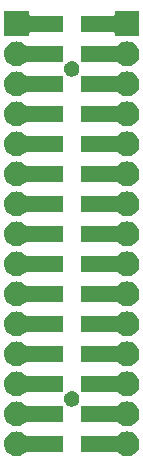
<source format=gbr>
G04 #@! TF.GenerationSoftware,KiCad,Pcbnew,5.0.2-bee76a0~70~ubuntu18.04.1*
G04 #@! TF.CreationDate,2018-12-24T08:32:18+09:00*
G04 #@! TF.ProjectId,spacer_pcb,73706163-6572-45f7-9063-622e6b696361,rev?*
G04 #@! TF.SameCoordinates,Original*
G04 #@! TF.FileFunction,Soldermask,Top*
G04 #@! TF.FilePolarity,Negative*
%FSLAX46Y46*%
G04 Gerber Fmt 4.6, Leading zero omitted, Abs format (unit mm)*
G04 Created by KiCad (PCBNEW 5.0.2-bee76a0~70~ubuntu18.04.1) date 2018年12月24日 08時32分18秒*
%MOMM*%
%LPD*%
G01*
G04 APERTURE LIST*
%ADD10C,0.100000*%
G04 APERTURE END LIST*
D10*
G36*
X140708707Y-98068396D02*
X140785836Y-98075993D01*
X140917787Y-98116020D01*
X140983763Y-98136033D01*
X141166172Y-98233533D01*
X141326054Y-98364746D01*
X141457267Y-98524628D01*
X141554767Y-98707037D01*
X141554767Y-98707038D01*
X141614807Y-98904964D01*
X141635080Y-99110800D01*
X141614807Y-99316636D01*
X141574780Y-99448587D01*
X141554767Y-99514563D01*
X141457267Y-99696972D01*
X141326054Y-99856854D01*
X141166172Y-99988067D01*
X140983763Y-100085567D01*
X140917787Y-100105580D01*
X140785836Y-100145607D01*
X140708707Y-100153203D01*
X140631580Y-100160800D01*
X140528420Y-100160800D01*
X140451293Y-100153203D01*
X140374164Y-100145607D01*
X140242213Y-100105580D01*
X140176237Y-100085567D01*
X139993828Y-99988067D01*
X139833949Y-99856857D01*
X139833948Y-99856855D01*
X139833946Y-99856854D01*
X139833653Y-99856497D01*
X139816330Y-99839174D01*
X139795955Y-99825560D01*
X139773316Y-99816183D01*
X139749283Y-99811402D01*
X139737030Y-99810800D01*
X136650000Y-99810800D01*
X136650000Y-98410800D01*
X139737030Y-98410800D01*
X139761416Y-98408398D01*
X139784865Y-98401285D01*
X139806476Y-98389734D01*
X139825418Y-98374188D01*
X139833650Y-98365107D01*
X139833946Y-98364746D01*
X139833948Y-98364745D01*
X139833949Y-98364743D01*
X139993828Y-98233533D01*
X140176237Y-98136033D01*
X140242213Y-98116020D01*
X140374164Y-98075993D01*
X140451293Y-98068396D01*
X140528420Y-98060800D01*
X140631580Y-98060800D01*
X140708707Y-98068396D01*
X140708707Y-98068396D01*
G37*
G36*
X131348707Y-98068396D02*
X131425836Y-98075993D01*
X131557787Y-98116020D01*
X131623763Y-98136033D01*
X131806172Y-98233533D01*
X131966051Y-98364743D01*
X131966052Y-98364745D01*
X131966054Y-98364746D01*
X131966347Y-98365103D01*
X131983670Y-98382426D01*
X132004045Y-98396040D01*
X132026684Y-98405417D01*
X132050717Y-98410198D01*
X132062970Y-98410800D01*
X135150000Y-98410800D01*
X135150000Y-99810800D01*
X132062970Y-99810800D01*
X132038584Y-99813202D01*
X132015135Y-99820315D01*
X131993524Y-99831866D01*
X131974582Y-99847412D01*
X131966350Y-99856493D01*
X131966054Y-99856854D01*
X131966052Y-99856855D01*
X131966051Y-99856857D01*
X131806172Y-99988067D01*
X131623763Y-100085567D01*
X131557787Y-100105580D01*
X131425836Y-100145607D01*
X131348707Y-100153203D01*
X131271580Y-100160800D01*
X131168420Y-100160800D01*
X131091293Y-100153203D01*
X131014164Y-100145607D01*
X130882213Y-100105580D01*
X130816237Y-100085567D01*
X130633828Y-99988067D01*
X130473946Y-99856854D01*
X130342733Y-99696972D01*
X130245233Y-99514563D01*
X130225220Y-99448587D01*
X130185193Y-99316636D01*
X130164920Y-99110800D01*
X130185193Y-98904964D01*
X130245233Y-98707038D01*
X130245233Y-98707037D01*
X130342733Y-98524628D01*
X130473946Y-98364746D01*
X130633828Y-98233533D01*
X130816237Y-98136033D01*
X130882213Y-98116020D01*
X131014164Y-98075993D01*
X131091293Y-98068396D01*
X131168420Y-98060800D01*
X131271580Y-98060800D01*
X131348707Y-98068396D01*
X131348707Y-98068396D01*
G37*
G36*
X131348707Y-95528397D02*
X131425836Y-95535993D01*
X131557787Y-95576020D01*
X131623763Y-95596033D01*
X131806172Y-95693533D01*
X131966051Y-95824743D01*
X131966052Y-95824745D01*
X131966054Y-95824746D01*
X131966347Y-95825103D01*
X131983670Y-95842426D01*
X132004045Y-95856040D01*
X132026684Y-95865417D01*
X132050717Y-95870198D01*
X132062970Y-95870800D01*
X135150000Y-95870800D01*
X135150000Y-97270800D01*
X132062970Y-97270800D01*
X132038584Y-97273202D01*
X132015135Y-97280315D01*
X131993524Y-97291866D01*
X131974582Y-97307412D01*
X131966350Y-97316493D01*
X131966054Y-97316854D01*
X131966052Y-97316855D01*
X131966051Y-97316857D01*
X131806172Y-97448067D01*
X131623763Y-97545567D01*
X131557787Y-97565580D01*
X131425836Y-97605607D01*
X131348707Y-97613203D01*
X131271580Y-97620800D01*
X131168420Y-97620800D01*
X131091293Y-97613203D01*
X131014164Y-97605607D01*
X130882213Y-97565580D01*
X130816237Y-97545567D01*
X130633828Y-97448067D01*
X130473946Y-97316854D01*
X130342733Y-97156972D01*
X130245233Y-96974563D01*
X130225220Y-96908587D01*
X130185193Y-96776636D01*
X130164920Y-96570800D01*
X130185193Y-96364964D01*
X130245233Y-96167038D01*
X130245233Y-96167037D01*
X130342733Y-95984628D01*
X130473946Y-95824746D01*
X130633828Y-95693533D01*
X130816237Y-95596033D01*
X130882213Y-95576020D01*
X131014164Y-95535993D01*
X131091293Y-95528397D01*
X131168420Y-95520800D01*
X131271580Y-95520800D01*
X131348707Y-95528397D01*
X131348707Y-95528397D01*
G37*
G36*
X140708707Y-95528397D02*
X140785836Y-95535993D01*
X140917787Y-95576020D01*
X140983763Y-95596033D01*
X141166172Y-95693533D01*
X141326054Y-95824746D01*
X141457267Y-95984628D01*
X141554767Y-96167037D01*
X141554767Y-96167038D01*
X141614807Y-96364964D01*
X141635080Y-96570800D01*
X141614807Y-96776636D01*
X141574780Y-96908587D01*
X141554767Y-96974563D01*
X141457267Y-97156972D01*
X141326054Y-97316854D01*
X141166172Y-97448067D01*
X140983763Y-97545567D01*
X140917787Y-97565580D01*
X140785836Y-97605607D01*
X140708707Y-97613203D01*
X140631580Y-97620800D01*
X140528420Y-97620800D01*
X140451293Y-97613203D01*
X140374164Y-97605607D01*
X140242213Y-97565580D01*
X140176237Y-97545567D01*
X139993828Y-97448067D01*
X139833949Y-97316857D01*
X139833948Y-97316855D01*
X139833946Y-97316854D01*
X139833653Y-97316497D01*
X139816330Y-97299174D01*
X139795955Y-97285560D01*
X139773316Y-97276183D01*
X139749283Y-97271402D01*
X139737030Y-97270800D01*
X136650000Y-97270800D01*
X136650000Y-95870800D01*
X139737030Y-95870800D01*
X139761416Y-95868398D01*
X139784865Y-95861285D01*
X139806476Y-95849734D01*
X139825418Y-95834188D01*
X139833650Y-95825107D01*
X139833946Y-95824746D01*
X139833948Y-95824745D01*
X139833949Y-95824743D01*
X139993828Y-95693533D01*
X140176237Y-95596033D01*
X140242213Y-95576020D01*
X140374164Y-95535993D01*
X140451293Y-95528397D01*
X140528420Y-95520800D01*
X140631580Y-95520800D01*
X140708707Y-95528397D01*
X140708707Y-95528397D01*
G37*
G36*
X136047738Y-94667453D02*
X136089598Y-94675779D01*
X136124245Y-94690130D01*
X136207890Y-94724777D01*
X136314354Y-94795914D01*
X136404886Y-94886446D01*
X136421066Y-94910661D01*
X136426656Y-94917473D01*
X136430811Y-94925246D01*
X136476023Y-94992911D01*
X136525021Y-95111203D01*
X136550000Y-95236779D01*
X136550000Y-95364821D01*
X136525021Y-95490397D01*
X136476023Y-95608689D01*
X136430811Y-95676354D01*
X136426656Y-95684128D01*
X136421066Y-95690939D01*
X136404886Y-95715154D01*
X136314354Y-95805686D01*
X136207890Y-95876823D01*
X136124245Y-95911470D01*
X136089598Y-95925821D01*
X136047738Y-95934147D01*
X135964021Y-95950800D01*
X135835979Y-95950800D01*
X135752262Y-95934147D01*
X135710402Y-95925821D01*
X135675755Y-95911470D01*
X135592110Y-95876823D01*
X135485646Y-95805686D01*
X135395114Y-95715154D01*
X135378934Y-95690939D01*
X135373344Y-95684127D01*
X135369189Y-95676354D01*
X135323977Y-95608689D01*
X135274979Y-95490397D01*
X135250000Y-95364821D01*
X135250000Y-95236779D01*
X135274979Y-95111203D01*
X135323977Y-94992911D01*
X135369189Y-94925246D01*
X135373344Y-94917472D01*
X135378934Y-94910661D01*
X135395114Y-94886446D01*
X135485646Y-94795914D01*
X135592110Y-94724777D01*
X135675755Y-94690130D01*
X135710402Y-94675779D01*
X135752262Y-94667453D01*
X135835979Y-94650800D01*
X135964021Y-94650800D01*
X136047738Y-94667453D01*
X136047738Y-94667453D01*
G37*
G36*
X140708707Y-92988396D02*
X140785836Y-92995993D01*
X140917787Y-93036020D01*
X140983763Y-93056033D01*
X141166172Y-93153533D01*
X141326054Y-93284746D01*
X141457267Y-93444628D01*
X141554767Y-93627037D01*
X141554767Y-93627038D01*
X141614807Y-93824964D01*
X141635080Y-94030800D01*
X141614807Y-94236636D01*
X141574780Y-94368587D01*
X141554767Y-94434563D01*
X141457267Y-94616972D01*
X141326054Y-94776854D01*
X141166172Y-94908067D01*
X140983763Y-95005567D01*
X140917787Y-95025580D01*
X140785836Y-95065607D01*
X140708707Y-95073203D01*
X140631580Y-95080800D01*
X140528420Y-95080800D01*
X140451293Y-95073203D01*
X140374164Y-95065607D01*
X140242213Y-95025580D01*
X140176237Y-95005567D01*
X139993828Y-94908067D01*
X139833949Y-94776857D01*
X139833948Y-94776855D01*
X139833946Y-94776854D01*
X139833653Y-94776497D01*
X139816330Y-94759174D01*
X139795955Y-94745560D01*
X139773316Y-94736183D01*
X139749283Y-94731402D01*
X139737030Y-94730800D01*
X136650000Y-94730800D01*
X136650000Y-93330800D01*
X139737030Y-93330800D01*
X139761416Y-93328398D01*
X139784865Y-93321285D01*
X139806476Y-93309734D01*
X139825418Y-93294188D01*
X139833650Y-93285107D01*
X139833946Y-93284746D01*
X139833948Y-93284745D01*
X139833949Y-93284743D01*
X139993828Y-93153533D01*
X140176237Y-93056033D01*
X140242213Y-93036020D01*
X140374164Y-92995993D01*
X140451293Y-92988396D01*
X140528420Y-92980800D01*
X140631580Y-92980800D01*
X140708707Y-92988396D01*
X140708707Y-92988396D01*
G37*
G36*
X131348707Y-92988396D02*
X131425836Y-92995993D01*
X131557787Y-93036020D01*
X131623763Y-93056033D01*
X131806172Y-93153533D01*
X131966051Y-93284743D01*
X131966052Y-93284745D01*
X131966054Y-93284746D01*
X131966347Y-93285103D01*
X131983670Y-93302426D01*
X132004045Y-93316040D01*
X132026684Y-93325417D01*
X132050717Y-93330198D01*
X132062970Y-93330800D01*
X135150000Y-93330800D01*
X135150000Y-94730800D01*
X132062970Y-94730800D01*
X132038584Y-94733202D01*
X132015135Y-94740315D01*
X131993524Y-94751866D01*
X131974582Y-94767412D01*
X131966350Y-94776493D01*
X131966054Y-94776854D01*
X131966052Y-94776855D01*
X131966051Y-94776857D01*
X131806172Y-94908067D01*
X131623763Y-95005567D01*
X131557787Y-95025580D01*
X131425836Y-95065607D01*
X131348707Y-95073203D01*
X131271580Y-95080800D01*
X131168420Y-95080800D01*
X131091293Y-95073203D01*
X131014164Y-95065607D01*
X130882213Y-95025580D01*
X130816237Y-95005567D01*
X130633828Y-94908067D01*
X130473946Y-94776854D01*
X130342733Y-94616972D01*
X130245233Y-94434563D01*
X130225220Y-94368587D01*
X130185193Y-94236636D01*
X130164920Y-94030800D01*
X130185193Y-93824964D01*
X130245233Y-93627038D01*
X130245233Y-93627037D01*
X130342733Y-93444628D01*
X130473946Y-93284746D01*
X130633828Y-93153533D01*
X130816237Y-93056033D01*
X130882213Y-93036020D01*
X131014164Y-92995993D01*
X131091293Y-92988396D01*
X131168420Y-92980800D01*
X131271580Y-92980800D01*
X131348707Y-92988396D01*
X131348707Y-92988396D01*
G37*
G36*
X140708707Y-90448397D02*
X140785836Y-90455993D01*
X140917787Y-90496020D01*
X140983763Y-90516033D01*
X141166172Y-90613533D01*
X141326054Y-90744746D01*
X141457267Y-90904628D01*
X141554767Y-91087037D01*
X141554767Y-91087038D01*
X141614807Y-91284964D01*
X141635080Y-91490800D01*
X141614807Y-91696636D01*
X141574780Y-91828587D01*
X141554767Y-91894563D01*
X141457267Y-92076972D01*
X141326054Y-92236854D01*
X141166172Y-92368067D01*
X140983763Y-92465567D01*
X140917787Y-92485580D01*
X140785836Y-92525607D01*
X140708707Y-92533203D01*
X140631580Y-92540800D01*
X140528420Y-92540800D01*
X140451293Y-92533203D01*
X140374164Y-92525607D01*
X140242213Y-92485580D01*
X140176237Y-92465567D01*
X139993828Y-92368067D01*
X139833949Y-92236857D01*
X139833948Y-92236855D01*
X139833946Y-92236854D01*
X139833653Y-92236497D01*
X139816330Y-92219174D01*
X139795955Y-92205560D01*
X139773316Y-92196183D01*
X139749283Y-92191402D01*
X139737030Y-92190800D01*
X136650000Y-92190800D01*
X136650000Y-90790800D01*
X139737030Y-90790800D01*
X139761416Y-90788398D01*
X139784865Y-90781285D01*
X139806476Y-90769734D01*
X139825418Y-90754188D01*
X139833650Y-90745107D01*
X139833946Y-90744746D01*
X139833948Y-90744745D01*
X139833949Y-90744743D01*
X139993828Y-90613533D01*
X140176237Y-90516033D01*
X140242213Y-90496020D01*
X140374164Y-90455993D01*
X140451293Y-90448397D01*
X140528420Y-90440800D01*
X140631580Y-90440800D01*
X140708707Y-90448397D01*
X140708707Y-90448397D01*
G37*
G36*
X131348707Y-90448397D02*
X131425836Y-90455993D01*
X131557787Y-90496020D01*
X131623763Y-90516033D01*
X131806172Y-90613533D01*
X131966051Y-90744743D01*
X131966052Y-90744745D01*
X131966054Y-90744746D01*
X131966347Y-90745103D01*
X131983670Y-90762426D01*
X132004045Y-90776040D01*
X132026684Y-90785417D01*
X132050717Y-90790198D01*
X132062970Y-90790800D01*
X135150000Y-90790800D01*
X135150000Y-92190800D01*
X132062970Y-92190800D01*
X132038584Y-92193202D01*
X132015135Y-92200315D01*
X131993524Y-92211866D01*
X131974582Y-92227412D01*
X131966350Y-92236493D01*
X131966054Y-92236854D01*
X131966052Y-92236855D01*
X131966051Y-92236857D01*
X131806172Y-92368067D01*
X131623763Y-92465567D01*
X131557787Y-92485580D01*
X131425836Y-92525607D01*
X131348707Y-92533203D01*
X131271580Y-92540800D01*
X131168420Y-92540800D01*
X131091293Y-92533203D01*
X131014164Y-92525607D01*
X130882213Y-92485580D01*
X130816237Y-92465567D01*
X130633828Y-92368067D01*
X130473946Y-92236854D01*
X130342733Y-92076972D01*
X130245233Y-91894563D01*
X130225220Y-91828587D01*
X130185193Y-91696636D01*
X130164920Y-91490800D01*
X130185193Y-91284964D01*
X130245233Y-91087038D01*
X130245233Y-91087037D01*
X130342733Y-90904628D01*
X130473946Y-90744746D01*
X130633828Y-90613533D01*
X130816237Y-90516033D01*
X130882213Y-90496020D01*
X131014164Y-90455993D01*
X131091293Y-90448397D01*
X131168420Y-90440800D01*
X131271580Y-90440800D01*
X131348707Y-90448397D01*
X131348707Y-90448397D01*
G37*
G36*
X140708707Y-87908396D02*
X140785836Y-87915993D01*
X140917787Y-87956020D01*
X140983763Y-87976033D01*
X141166172Y-88073533D01*
X141326054Y-88204746D01*
X141457267Y-88364628D01*
X141554767Y-88547037D01*
X141554767Y-88547038D01*
X141614807Y-88744964D01*
X141635080Y-88950800D01*
X141614807Y-89156636D01*
X141574780Y-89288587D01*
X141554767Y-89354563D01*
X141457267Y-89536972D01*
X141326054Y-89696854D01*
X141166172Y-89828067D01*
X140983763Y-89925567D01*
X140917787Y-89945580D01*
X140785836Y-89985607D01*
X140708707Y-89993203D01*
X140631580Y-90000800D01*
X140528420Y-90000800D01*
X140451293Y-89993203D01*
X140374164Y-89985607D01*
X140242213Y-89945580D01*
X140176237Y-89925567D01*
X139993828Y-89828067D01*
X139833949Y-89696857D01*
X139833948Y-89696855D01*
X139833946Y-89696854D01*
X139833653Y-89696497D01*
X139816330Y-89679174D01*
X139795955Y-89665560D01*
X139773316Y-89656183D01*
X139749283Y-89651402D01*
X139737030Y-89650800D01*
X136650000Y-89650800D01*
X136650000Y-88250800D01*
X139737030Y-88250800D01*
X139761416Y-88248398D01*
X139784865Y-88241285D01*
X139806476Y-88229734D01*
X139825418Y-88214188D01*
X139833650Y-88205107D01*
X139833946Y-88204746D01*
X139833948Y-88204745D01*
X139833949Y-88204743D01*
X139993828Y-88073533D01*
X140176237Y-87976033D01*
X140242213Y-87956020D01*
X140374164Y-87915993D01*
X140451293Y-87908396D01*
X140528420Y-87900800D01*
X140631580Y-87900800D01*
X140708707Y-87908396D01*
X140708707Y-87908396D01*
G37*
G36*
X131348707Y-87908396D02*
X131425836Y-87915993D01*
X131557787Y-87956020D01*
X131623763Y-87976033D01*
X131806172Y-88073533D01*
X131966051Y-88204743D01*
X131966052Y-88204745D01*
X131966054Y-88204746D01*
X131966347Y-88205103D01*
X131983670Y-88222426D01*
X132004045Y-88236040D01*
X132026684Y-88245417D01*
X132050717Y-88250198D01*
X132062970Y-88250800D01*
X135150000Y-88250800D01*
X135150000Y-89650800D01*
X132062970Y-89650800D01*
X132038584Y-89653202D01*
X132015135Y-89660315D01*
X131993524Y-89671866D01*
X131974582Y-89687412D01*
X131966350Y-89696493D01*
X131966054Y-89696854D01*
X131966052Y-89696855D01*
X131966051Y-89696857D01*
X131806172Y-89828067D01*
X131623763Y-89925567D01*
X131557787Y-89945580D01*
X131425836Y-89985607D01*
X131348707Y-89993203D01*
X131271580Y-90000800D01*
X131168420Y-90000800D01*
X131091293Y-89993203D01*
X131014164Y-89985607D01*
X130882213Y-89945580D01*
X130816237Y-89925567D01*
X130633828Y-89828067D01*
X130473946Y-89696854D01*
X130342733Y-89536972D01*
X130245233Y-89354563D01*
X130225220Y-89288587D01*
X130185193Y-89156636D01*
X130164920Y-88950800D01*
X130185193Y-88744964D01*
X130245233Y-88547038D01*
X130245233Y-88547037D01*
X130342733Y-88364628D01*
X130473946Y-88204746D01*
X130633828Y-88073533D01*
X130816237Y-87976033D01*
X130882213Y-87956020D01*
X131014164Y-87915993D01*
X131091293Y-87908396D01*
X131168420Y-87900800D01*
X131271580Y-87900800D01*
X131348707Y-87908396D01*
X131348707Y-87908396D01*
G37*
G36*
X131348707Y-85368397D02*
X131425836Y-85375993D01*
X131557787Y-85416020D01*
X131623763Y-85436033D01*
X131806172Y-85533533D01*
X131966051Y-85664743D01*
X131966052Y-85664745D01*
X131966054Y-85664746D01*
X131966347Y-85665103D01*
X131983670Y-85682426D01*
X132004045Y-85696040D01*
X132026684Y-85705417D01*
X132050717Y-85710198D01*
X132062970Y-85710800D01*
X135150000Y-85710800D01*
X135150000Y-87110800D01*
X132062970Y-87110800D01*
X132038584Y-87113202D01*
X132015135Y-87120315D01*
X131993524Y-87131866D01*
X131974582Y-87147412D01*
X131966350Y-87156493D01*
X131966054Y-87156854D01*
X131966052Y-87156855D01*
X131966051Y-87156857D01*
X131806172Y-87288067D01*
X131623763Y-87385567D01*
X131557787Y-87405580D01*
X131425836Y-87445607D01*
X131348707Y-87453204D01*
X131271580Y-87460800D01*
X131168420Y-87460800D01*
X131091293Y-87453204D01*
X131014164Y-87445607D01*
X130882213Y-87405580D01*
X130816237Y-87385567D01*
X130633828Y-87288067D01*
X130473946Y-87156854D01*
X130342733Y-86996972D01*
X130245233Y-86814563D01*
X130225220Y-86748587D01*
X130185193Y-86616636D01*
X130164920Y-86410800D01*
X130185193Y-86204964D01*
X130245233Y-86007038D01*
X130245233Y-86007037D01*
X130342733Y-85824628D01*
X130473946Y-85664746D01*
X130633828Y-85533533D01*
X130816237Y-85436033D01*
X130882213Y-85416020D01*
X131014164Y-85375993D01*
X131091293Y-85368397D01*
X131168420Y-85360800D01*
X131271580Y-85360800D01*
X131348707Y-85368397D01*
X131348707Y-85368397D01*
G37*
G36*
X140708707Y-85368397D02*
X140785836Y-85375993D01*
X140917787Y-85416020D01*
X140983763Y-85436033D01*
X141166172Y-85533533D01*
X141326054Y-85664746D01*
X141457267Y-85824628D01*
X141554767Y-86007037D01*
X141554767Y-86007038D01*
X141614807Y-86204964D01*
X141635080Y-86410800D01*
X141614807Y-86616636D01*
X141574780Y-86748587D01*
X141554767Y-86814563D01*
X141457267Y-86996972D01*
X141326054Y-87156854D01*
X141166172Y-87288067D01*
X140983763Y-87385567D01*
X140917787Y-87405580D01*
X140785836Y-87445607D01*
X140708707Y-87453204D01*
X140631580Y-87460800D01*
X140528420Y-87460800D01*
X140451293Y-87453204D01*
X140374164Y-87445607D01*
X140242213Y-87405580D01*
X140176237Y-87385567D01*
X139993828Y-87288067D01*
X139833949Y-87156857D01*
X139833948Y-87156855D01*
X139833946Y-87156854D01*
X139833653Y-87156497D01*
X139816330Y-87139174D01*
X139795955Y-87125560D01*
X139773316Y-87116183D01*
X139749283Y-87111402D01*
X139737030Y-87110800D01*
X136650000Y-87110800D01*
X136650000Y-85710800D01*
X139737030Y-85710800D01*
X139761416Y-85708398D01*
X139784865Y-85701285D01*
X139806476Y-85689734D01*
X139825418Y-85674188D01*
X139833650Y-85665107D01*
X139833946Y-85664746D01*
X139833948Y-85664745D01*
X139833949Y-85664743D01*
X139993828Y-85533533D01*
X140176237Y-85436033D01*
X140242213Y-85416020D01*
X140374164Y-85375993D01*
X140451293Y-85368397D01*
X140528420Y-85360800D01*
X140631580Y-85360800D01*
X140708707Y-85368397D01*
X140708707Y-85368397D01*
G37*
G36*
X131348707Y-82828396D02*
X131425836Y-82835993D01*
X131557787Y-82876020D01*
X131623763Y-82896033D01*
X131806172Y-82993533D01*
X131966051Y-83124743D01*
X131966052Y-83124745D01*
X131966054Y-83124746D01*
X131966347Y-83125103D01*
X131983670Y-83142426D01*
X132004045Y-83156040D01*
X132026684Y-83165417D01*
X132050717Y-83170198D01*
X132062970Y-83170800D01*
X135150000Y-83170800D01*
X135150000Y-84570800D01*
X132062970Y-84570800D01*
X132038584Y-84573202D01*
X132015135Y-84580315D01*
X131993524Y-84591866D01*
X131974582Y-84607412D01*
X131966350Y-84616493D01*
X131966054Y-84616854D01*
X131966052Y-84616855D01*
X131966051Y-84616857D01*
X131806172Y-84748067D01*
X131623763Y-84845567D01*
X131557787Y-84865580D01*
X131425836Y-84905607D01*
X131348707Y-84913203D01*
X131271580Y-84920800D01*
X131168420Y-84920800D01*
X131091293Y-84913203D01*
X131014164Y-84905607D01*
X130882213Y-84865580D01*
X130816237Y-84845567D01*
X130633828Y-84748067D01*
X130473946Y-84616854D01*
X130342733Y-84456972D01*
X130245233Y-84274563D01*
X130225220Y-84208587D01*
X130185193Y-84076636D01*
X130164920Y-83870800D01*
X130185193Y-83664964D01*
X130245233Y-83467038D01*
X130245233Y-83467037D01*
X130342733Y-83284628D01*
X130473946Y-83124746D01*
X130633828Y-82993533D01*
X130816237Y-82896033D01*
X130882213Y-82876020D01*
X131014164Y-82835993D01*
X131091293Y-82828396D01*
X131168420Y-82820800D01*
X131271580Y-82820800D01*
X131348707Y-82828396D01*
X131348707Y-82828396D01*
G37*
G36*
X140708707Y-82828396D02*
X140785836Y-82835993D01*
X140917787Y-82876020D01*
X140983763Y-82896033D01*
X141166172Y-82993533D01*
X141326054Y-83124746D01*
X141457267Y-83284628D01*
X141554767Y-83467037D01*
X141554767Y-83467038D01*
X141614807Y-83664964D01*
X141635080Y-83870800D01*
X141614807Y-84076636D01*
X141574780Y-84208587D01*
X141554767Y-84274563D01*
X141457267Y-84456972D01*
X141326054Y-84616854D01*
X141166172Y-84748067D01*
X140983763Y-84845567D01*
X140917787Y-84865580D01*
X140785836Y-84905607D01*
X140708707Y-84913203D01*
X140631580Y-84920800D01*
X140528420Y-84920800D01*
X140451293Y-84913203D01*
X140374164Y-84905607D01*
X140242213Y-84865580D01*
X140176237Y-84845567D01*
X139993828Y-84748067D01*
X139833949Y-84616857D01*
X139833948Y-84616855D01*
X139833946Y-84616854D01*
X139833653Y-84616497D01*
X139816330Y-84599174D01*
X139795955Y-84585560D01*
X139773316Y-84576183D01*
X139749283Y-84571402D01*
X139737030Y-84570800D01*
X136650000Y-84570800D01*
X136650000Y-83170800D01*
X139737030Y-83170800D01*
X139761416Y-83168398D01*
X139784865Y-83161285D01*
X139806476Y-83149734D01*
X139825418Y-83134188D01*
X139833650Y-83125107D01*
X139833946Y-83124746D01*
X139833948Y-83124745D01*
X139833949Y-83124743D01*
X139993828Y-82993533D01*
X140176237Y-82896033D01*
X140242213Y-82876020D01*
X140374164Y-82835993D01*
X140451293Y-82828396D01*
X140528420Y-82820800D01*
X140631580Y-82820800D01*
X140708707Y-82828396D01*
X140708707Y-82828396D01*
G37*
G36*
X140708707Y-80288397D02*
X140785836Y-80295993D01*
X140917787Y-80336020D01*
X140983763Y-80356033D01*
X141166172Y-80453533D01*
X141326054Y-80584746D01*
X141457267Y-80744628D01*
X141554767Y-80927037D01*
X141554767Y-80927038D01*
X141614807Y-81124964D01*
X141635080Y-81330800D01*
X141614807Y-81536636D01*
X141574780Y-81668587D01*
X141554767Y-81734563D01*
X141457267Y-81916972D01*
X141326054Y-82076854D01*
X141166172Y-82208067D01*
X140983763Y-82305567D01*
X140917787Y-82325580D01*
X140785836Y-82365607D01*
X140708707Y-82373204D01*
X140631580Y-82380800D01*
X140528420Y-82380800D01*
X140451293Y-82373204D01*
X140374164Y-82365607D01*
X140242213Y-82325580D01*
X140176237Y-82305567D01*
X139993828Y-82208067D01*
X139833949Y-82076857D01*
X139833948Y-82076855D01*
X139833946Y-82076854D01*
X139833653Y-82076497D01*
X139816330Y-82059174D01*
X139795955Y-82045560D01*
X139773316Y-82036183D01*
X139749283Y-82031402D01*
X139737030Y-82030800D01*
X136650000Y-82030800D01*
X136650000Y-80630800D01*
X139737030Y-80630800D01*
X139761416Y-80628398D01*
X139784865Y-80621285D01*
X139806476Y-80609734D01*
X139825418Y-80594188D01*
X139833650Y-80585107D01*
X139833946Y-80584746D01*
X139833948Y-80584745D01*
X139833949Y-80584743D01*
X139993828Y-80453533D01*
X140176237Y-80356033D01*
X140242213Y-80336020D01*
X140374164Y-80295993D01*
X140451293Y-80288397D01*
X140528420Y-80280800D01*
X140631580Y-80280800D01*
X140708707Y-80288397D01*
X140708707Y-80288397D01*
G37*
G36*
X131348707Y-80288397D02*
X131425836Y-80295993D01*
X131557787Y-80336020D01*
X131623763Y-80356033D01*
X131806172Y-80453533D01*
X131966051Y-80584743D01*
X131966052Y-80584745D01*
X131966054Y-80584746D01*
X131966347Y-80585103D01*
X131983670Y-80602426D01*
X132004045Y-80616040D01*
X132026684Y-80625417D01*
X132050717Y-80630198D01*
X132062970Y-80630800D01*
X135150000Y-80630800D01*
X135150000Y-82030800D01*
X132062970Y-82030800D01*
X132038584Y-82033202D01*
X132015135Y-82040315D01*
X131993524Y-82051866D01*
X131974582Y-82067412D01*
X131966350Y-82076493D01*
X131966054Y-82076854D01*
X131966052Y-82076855D01*
X131966051Y-82076857D01*
X131806172Y-82208067D01*
X131623763Y-82305567D01*
X131557787Y-82325580D01*
X131425836Y-82365607D01*
X131348707Y-82373204D01*
X131271580Y-82380800D01*
X131168420Y-82380800D01*
X131091293Y-82373204D01*
X131014164Y-82365607D01*
X130882213Y-82325580D01*
X130816237Y-82305567D01*
X130633828Y-82208067D01*
X130473946Y-82076854D01*
X130342733Y-81916972D01*
X130245233Y-81734563D01*
X130225220Y-81668587D01*
X130185193Y-81536636D01*
X130164920Y-81330800D01*
X130185193Y-81124964D01*
X130245233Y-80927038D01*
X130245233Y-80927037D01*
X130342733Y-80744628D01*
X130473946Y-80584746D01*
X130633828Y-80453533D01*
X130816237Y-80356033D01*
X130882213Y-80336020D01*
X131014164Y-80295993D01*
X131091293Y-80288397D01*
X131168420Y-80280800D01*
X131271580Y-80280800D01*
X131348707Y-80288397D01*
X131348707Y-80288397D01*
G37*
G36*
X131348707Y-77748396D02*
X131425836Y-77755993D01*
X131557787Y-77796020D01*
X131623763Y-77816033D01*
X131806172Y-77913533D01*
X131966051Y-78044743D01*
X131966052Y-78044745D01*
X131966054Y-78044746D01*
X131966347Y-78045103D01*
X131983670Y-78062426D01*
X132004045Y-78076040D01*
X132026684Y-78085417D01*
X132050717Y-78090198D01*
X132062970Y-78090800D01*
X135150000Y-78090800D01*
X135150000Y-79490800D01*
X132062970Y-79490800D01*
X132038584Y-79493202D01*
X132015135Y-79500315D01*
X131993524Y-79511866D01*
X131974582Y-79527412D01*
X131966350Y-79536493D01*
X131966054Y-79536854D01*
X131966052Y-79536855D01*
X131966051Y-79536857D01*
X131806172Y-79668067D01*
X131623763Y-79765567D01*
X131557787Y-79785580D01*
X131425836Y-79825607D01*
X131348707Y-79833203D01*
X131271580Y-79840800D01*
X131168420Y-79840800D01*
X131091293Y-79833203D01*
X131014164Y-79825607D01*
X130882213Y-79785580D01*
X130816237Y-79765567D01*
X130633828Y-79668067D01*
X130473946Y-79536854D01*
X130342733Y-79376972D01*
X130245233Y-79194563D01*
X130225220Y-79128587D01*
X130185193Y-78996636D01*
X130164920Y-78790800D01*
X130185193Y-78584964D01*
X130245233Y-78387038D01*
X130245233Y-78387037D01*
X130342733Y-78204628D01*
X130473946Y-78044746D01*
X130633828Y-77913533D01*
X130816237Y-77816033D01*
X130882213Y-77796020D01*
X131014164Y-77755993D01*
X131091293Y-77748396D01*
X131168420Y-77740800D01*
X131271580Y-77740800D01*
X131348707Y-77748396D01*
X131348707Y-77748396D01*
G37*
G36*
X140708707Y-77748396D02*
X140785836Y-77755993D01*
X140917787Y-77796020D01*
X140983763Y-77816033D01*
X141166172Y-77913533D01*
X141326054Y-78044746D01*
X141457267Y-78204628D01*
X141554767Y-78387037D01*
X141554767Y-78387038D01*
X141614807Y-78584964D01*
X141635080Y-78790800D01*
X141614807Y-78996636D01*
X141574780Y-79128587D01*
X141554767Y-79194563D01*
X141457267Y-79376972D01*
X141326054Y-79536854D01*
X141166172Y-79668067D01*
X140983763Y-79765567D01*
X140917787Y-79785580D01*
X140785836Y-79825607D01*
X140708707Y-79833203D01*
X140631580Y-79840800D01*
X140528420Y-79840800D01*
X140451293Y-79833203D01*
X140374164Y-79825607D01*
X140242213Y-79785580D01*
X140176237Y-79765567D01*
X139993828Y-79668067D01*
X139833949Y-79536857D01*
X139833948Y-79536855D01*
X139833946Y-79536854D01*
X139833653Y-79536497D01*
X139816330Y-79519174D01*
X139795955Y-79505560D01*
X139773316Y-79496183D01*
X139749283Y-79491402D01*
X139737030Y-79490800D01*
X136650000Y-79490800D01*
X136650000Y-78090800D01*
X139737030Y-78090800D01*
X139761416Y-78088398D01*
X139784865Y-78081285D01*
X139806476Y-78069734D01*
X139825418Y-78054188D01*
X139833650Y-78045107D01*
X139833946Y-78044746D01*
X139833948Y-78044745D01*
X139833949Y-78044743D01*
X139993828Y-77913533D01*
X140176237Y-77816033D01*
X140242213Y-77796020D01*
X140374164Y-77755993D01*
X140451293Y-77748396D01*
X140528420Y-77740800D01*
X140631580Y-77740800D01*
X140708707Y-77748396D01*
X140708707Y-77748396D01*
G37*
G36*
X131348707Y-75208397D02*
X131425836Y-75215993D01*
X131557787Y-75256020D01*
X131623763Y-75276033D01*
X131806172Y-75373533D01*
X131966051Y-75504743D01*
X131966052Y-75504745D01*
X131966054Y-75504746D01*
X131966347Y-75505103D01*
X131983670Y-75522426D01*
X132004045Y-75536040D01*
X132026684Y-75545417D01*
X132050717Y-75550198D01*
X132062970Y-75550800D01*
X135150000Y-75550800D01*
X135150000Y-76950800D01*
X132062970Y-76950800D01*
X132038584Y-76953202D01*
X132015135Y-76960315D01*
X131993524Y-76971866D01*
X131974582Y-76987412D01*
X131966350Y-76996493D01*
X131966054Y-76996854D01*
X131966052Y-76996855D01*
X131966051Y-76996857D01*
X131806172Y-77128067D01*
X131623763Y-77225567D01*
X131557787Y-77245580D01*
X131425836Y-77285607D01*
X131348707Y-77293204D01*
X131271580Y-77300800D01*
X131168420Y-77300800D01*
X131091293Y-77293204D01*
X131014164Y-77285607D01*
X130882213Y-77245580D01*
X130816237Y-77225567D01*
X130633828Y-77128067D01*
X130473946Y-76996854D01*
X130342733Y-76836972D01*
X130245233Y-76654563D01*
X130225220Y-76588587D01*
X130185193Y-76456636D01*
X130164920Y-76250800D01*
X130185193Y-76044964D01*
X130245233Y-75847038D01*
X130245233Y-75847037D01*
X130342733Y-75664628D01*
X130473946Y-75504746D01*
X130633828Y-75373533D01*
X130816237Y-75276033D01*
X130882213Y-75256020D01*
X131014164Y-75215993D01*
X131091293Y-75208397D01*
X131168420Y-75200800D01*
X131271580Y-75200800D01*
X131348707Y-75208397D01*
X131348707Y-75208397D01*
G37*
G36*
X140708707Y-75208397D02*
X140785836Y-75215993D01*
X140917787Y-75256020D01*
X140983763Y-75276033D01*
X141166172Y-75373533D01*
X141326054Y-75504746D01*
X141457267Y-75664628D01*
X141554767Y-75847037D01*
X141554767Y-75847038D01*
X141614807Y-76044964D01*
X141635080Y-76250800D01*
X141614807Y-76456636D01*
X141574780Y-76588587D01*
X141554767Y-76654563D01*
X141457267Y-76836972D01*
X141326054Y-76996854D01*
X141166172Y-77128067D01*
X140983763Y-77225567D01*
X140917787Y-77245580D01*
X140785836Y-77285607D01*
X140708707Y-77293204D01*
X140631580Y-77300800D01*
X140528420Y-77300800D01*
X140451293Y-77293204D01*
X140374164Y-77285607D01*
X140242213Y-77245580D01*
X140176237Y-77225567D01*
X139993828Y-77128067D01*
X139833949Y-76996857D01*
X139833948Y-76996855D01*
X139833946Y-76996854D01*
X139833653Y-76996497D01*
X139816330Y-76979174D01*
X139795955Y-76965560D01*
X139773316Y-76956183D01*
X139749283Y-76951402D01*
X139737030Y-76950800D01*
X136650000Y-76950800D01*
X136650000Y-75550800D01*
X139737030Y-75550800D01*
X139761416Y-75548398D01*
X139784865Y-75541285D01*
X139806476Y-75529734D01*
X139825418Y-75514188D01*
X139833650Y-75505107D01*
X139833946Y-75504746D01*
X139833948Y-75504745D01*
X139833949Y-75504743D01*
X139993828Y-75373533D01*
X140176237Y-75276033D01*
X140242213Y-75256020D01*
X140374164Y-75215993D01*
X140451293Y-75208397D01*
X140528420Y-75200800D01*
X140631580Y-75200800D01*
X140708707Y-75208397D01*
X140708707Y-75208397D01*
G37*
G36*
X140708707Y-72668397D02*
X140785836Y-72675993D01*
X140917787Y-72716020D01*
X140983763Y-72736033D01*
X141166172Y-72833533D01*
X141326054Y-72964746D01*
X141457267Y-73124628D01*
X141554767Y-73307037D01*
X141554767Y-73307038D01*
X141614807Y-73504964D01*
X141635080Y-73710800D01*
X141614807Y-73916636D01*
X141574780Y-74048587D01*
X141554767Y-74114563D01*
X141457267Y-74296972D01*
X141326054Y-74456854D01*
X141166172Y-74588067D01*
X140983763Y-74685567D01*
X140917787Y-74705580D01*
X140785836Y-74745607D01*
X140708707Y-74753203D01*
X140631580Y-74760800D01*
X140528420Y-74760800D01*
X140451293Y-74753203D01*
X140374164Y-74745607D01*
X140242213Y-74705580D01*
X140176237Y-74685567D01*
X139993828Y-74588067D01*
X139833949Y-74456857D01*
X139833948Y-74456855D01*
X139833946Y-74456854D01*
X139833653Y-74456497D01*
X139816330Y-74439174D01*
X139795955Y-74425560D01*
X139773316Y-74416183D01*
X139749283Y-74411402D01*
X139737030Y-74410800D01*
X136650000Y-74410800D01*
X136650000Y-73010800D01*
X139737030Y-73010800D01*
X139761416Y-73008398D01*
X139784865Y-73001285D01*
X139806476Y-72989734D01*
X139825418Y-72974188D01*
X139833650Y-72965107D01*
X139833946Y-72964746D01*
X139833948Y-72964745D01*
X139833949Y-72964743D01*
X139993828Y-72833533D01*
X140176237Y-72736033D01*
X140242213Y-72716020D01*
X140374164Y-72675993D01*
X140451293Y-72668397D01*
X140528420Y-72660800D01*
X140631580Y-72660800D01*
X140708707Y-72668397D01*
X140708707Y-72668397D01*
G37*
G36*
X131348707Y-72668397D02*
X131425836Y-72675993D01*
X131557787Y-72716020D01*
X131623763Y-72736033D01*
X131806172Y-72833533D01*
X131966051Y-72964743D01*
X131966052Y-72964745D01*
X131966054Y-72964746D01*
X131966347Y-72965103D01*
X131983670Y-72982426D01*
X132004045Y-72996040D01*
X132026684Y-73005417D01*
X132050717Y-73010198D01*
X132062970Y-73010800D01*
X135150000Y-73010800D01*
X135150000Y-74410800D01*
X132062970Y-74410800D01*
X132038584Y-74413202D01*
X132015135Y-74420315D01*
X131993524Y-74431866D01*
X131974582Y-74447412D01*
X131966350Y-74456493D01*
X131966054Y-74456854D01*
X131966052Y-74456855D01*
X131966051Y-74456857D01*
X131806172Y-74588067D01*
X131623763Y-74685567D01*
X131557787Y-74705580D01*
X131425836Y-74745607D01*
X131348707Y-74753203D01*
X131271580Y-74760800D01*
X131168420Y-74760800D01*
X131091293Y-74753203D01*
X131014164Y-74745607D01*
X130882213Y-74705580D01*
X130816237Y-74685567D01*
X130633828Y-74588067D01*
X130473946Y-74456854D01*
X130342733Y-74296972D01*
X130245233Y-74114563D01*
X130225220Y-74048587D01*
X130185193Y-73916636D01*
X130164920Y-73710800D01*
X130185193Y-73504964D01*
X130245233Y-73307038D01*
X130245233Y-73307037D01*
X130342733Y-73124628D01*
X130473946Y-72964746D01*
X130633828Y-72833533D01*
X130816237Y-72736033D01*
X130882213Y-72716020D01*
X131014164Y-72675993D01*
X131091293Y-72668397D01*
X131168420Y-72660800D01*
X131271580Y-72660800D01*
X131348707Y-72668397D01*
X131348707Y-72668397D01*
G37*
G36*
X140708707Y-70128396D02*
X140785836Y-70135993D01*
X140917787Y-70176020D01*
X140983763Y-70196033D01*
X141166172Y-70293533D01*
X141326054Y-70424746D01*
X141457267Y-70584628D01*
X141554767Y-70767037D01*
X141554767Y-70767038D01*
X141614807Y-70964964D01*
X141635080Y-71170800D01*
X141614807Y-71376636D01*
X141574780Y-71508587D01*
X141554767Y-71574563D01*
X141457267Y-71756972D01*
X141326054Y-71916854D01*
X141166172Y-72048067D01*
X140983763Y-72145567D01*
X140917787Y-72165580D01*
X140785836Y-72205607D01*
X140708707Y-72213204D01*
X140631580Y-72220800D01*
X140528420Y-72220800D01*
X140451293Y-72213204D01*
X140374164Y-72205607D01*
X140242213Y-72165580D01*
X140176237Y-72145567D01*
X139993828Y-72048067D01*
X139833949Y-71916857D01*
X139833948Y-71916855D01*
X139833946Y-71916854D01*
X139833653Y-71916497D01*
X139816330Y-71899174D01*
X139795955Y-71885560D01*
X139773316Y-71876183D01*
X139749283Y-71871402D01*
X139737030Y-71870800D01*
X136650000Y-71870800D01*
X136650000Y-70470800D01*
X139737030Y-70470800D01*
X139761416Y-70468398D01*
X139784865Y-70461285D01*
X139806476Y-70449734D01*
X139825418Y-70434188D01*
X139833650Y-70425107D01*
X139833946Y-70424746D01*
X139833948Y-70424745D01*
X139833949Y-70424743D01*
X139993828Y-70293533D01*
X140176237Y-70196033D01*
X140242213Y-70176020D01*
X140374164Y-70135993D01*
X140451293Y-70128396D01*
X140528420Y-70120800D01*
X140631580Y-70120800D01*
X140708707Y-70128396D01*
X140708707Y-70128396D01*
G37*
G36*
X131348707Y-70128396D02*
X131425836Y-70135993D01*
X131557787Y-70176020D01*
X131623763Y-70196033D01*
X131806172Y-70293533D01*
X131966051Y-70424743D01*
X131966052Y-70424745D01*
X131966054Y-70424746D01*
X131966347Y-70425103D01*
X131983670Y-70442426D01*
X132004045Y-70456040D01*
X132026684Y-70465417D01*
X132050717Y-70470198D01*
X132062970Y-70470800D01*
X135150000Y-70470800D01*
X135150000Y-71870800D01*
X132062970Y-71870800D01*
X132038584Y-71873202D01*
X132015135Y-71880315D01*
X131993524Y-71891866D01*
X131974582Y-71907412D01*
X131966350Y-71916493D01*
X131966054Y-71916854D01*
X131966052Y-71916855D01*
X131966051Y-71916857D01*
X131806172Y-72048067D01*
X131623763Y-72145567D01*
X131557787Y-72165580D01*
X131425836Y-72205607D01*
X131348707Y-72213204D01*
X131271580Y-72220800D01*
X131168420Y-72220800D01*
X131091293Y-72213204D01*
X131014164Y-72205607D01*
X130882213Y-72165580D01*
X130816237Y-72145567D01*
X130633828Y-72048067D01*
X130473946Y-71916854D01*
X130342733Y-71756972D01*
X130245233Y-71574563D01*
X130225220Y-71508587D01*
X130185193Y-71376636D01*
X130164920Y-71170800D01*
X130185193Y-70964964D01*
X130245233Y-70767038D01*
X130245233Y-70767037D01*
X130342733Y-70584628D01*
X130473946Y-70424746D01*
X130633828Y-70293533D01*
X130816237Y-70196033D01*
X130882213Y-70176020D01*
X131014164Y-70135993D01*
X131091293Y-70128396D01*
X131168420Y-70120800D01*
X131271580Y-70120800D01*
X131348707Y-70128396D01*
X131348707Y-70128396D01*
G37*
G36*
X131348707Y-67588397D02*
X131425836Y-67595993D01*
X131557787Y-67636020D01*
X131623763Y-67656033D01*
X131806172Y-67753533D01*
X131966051Y-67884743D01*
X131966052Y-67884745D01*
X131966054Y-67884746D01*
X131966347Y-67885103D01*
X131983670Y-67902426D01*
X132004045Y-67916040D01*
X132026684Y-67925417D01*
X132050717Y-67930198D01*
X132062970Y-67930800D01*
X135150000Y-67930800D01*
X135150000Y-69330800D01*
X132062970Y-69330800D01*
X132038584Y-69333202D01*
X132015135Y-69340315D01*
X131993524Y-69351866D01*
X131974582Y-69367412D01*
X131966350Y-69376493D01*
X131966054Y-69376854D01*
X131966052Y-69376855D01*
X131966051Y-69376857D01*
X131806172Y-69508067D01*
X131623763Y-69605567D01*
X131557787Y-69625580D01*
X131425836Y-69665607D01*
X131348707Y-69673204D01*
X131271580Y-69680800D01*
X131168420Y-69680800D01*
X131091293Y-69673204D01*
X131014164Y-69665607D01*
X130882213Y-69625580D01*
X130816237Y-69605567D01*
X130633828Y-69508067D01*
X130473946Y-69376854D01*
X130342733Y-69216972D01*
X130245233Y-69034563D01*
X130225220Y-68968587D01*
X130185193Y-68836636D01*
X130164920Y-68630800D01*
X130185193Y-68424964D01*
X130245233Y-68227038D01*
X130245233Y-68227037D01*
X130342733Y-68044628D01*
X130473946Y-67884746D01*
X130633828Y-67753533D01*
X130816237Y-67656033D01*
X130882213Y-67636020D01*
X131014164Y-67595993D01*
X131091293Y-67588397D01*
X131168420Y-67580800D01*
X131271580Y-67580800D01*
X131348707Y-67588397D01*
X131348707Y-67588397D01*
G37*
G36*
X140708707Y-67588397D02*
X140785836Y-67595993D01*
X140917787Y-67636020D01*
X140983763Y-67656033D01*
X141166172Y-67753533D01*
X141326054Y-67884746D01*
X141457267Y-68044628D01*
X141554767Y-68227037D01*
X141554767Y-68227038D01*
X141614807Y-68424964D01*
X141635080Y-68630800D01*
X141614807Y-68836636D01*
X141574780Y-68968587D01*
X141554767Y-69034563D01*
X141457267Y-69216972D01*
X141326054Y-69376854D01*
X141166172Y-69508067D01*
X140983763Y-69605567D01*
X140917787Y-69625580D01*
X140785836Y-69665607D01*
X140708707Y-69673204D01*
X140631580Y-69680800D01*
X140528420Y-69680800D01*
X140451293Y-69673204D01*
X140374164Y-69665607D01*
X140242213Y-69625580D01*
X140176237Y-69605567D01*
X139993828Y-69508067D01*
X139833949Y-69376857D01*
X139833948Y-69376855D01*
X139833946Y-69376854D01*
X139833653Y-69376497D01*
X139816330Y-69359174D01*
X139795955Y-69345560D01*
X139773316Y-69336183D01*
X139749283Y-69331402D01*
X139737030Y-69330800D01*
X136650000Y-69330800D01*
X136650000Y-67930800D01*
X139737030Y-67930800D01*
X139761416Y-67928398D01*
X139784865Y-67921285D01*
X139806476Y-67909734D01*
X139825418Y-67894188D01*
X139833650Y-67885107D01*
X139833946Y-67884746D01*
X139833948Y-67884745D01*
X139833949Y-67884743D01*
X139993828Y-67753533D01*
X140176237Y-67656033D01*
X140242213Y-67636020D01*
X140374164Y-67595993D01*
X140451293Y-67588397D01*
X140528420Y-67580800D01*
X140631580Y-67580800D01*
X140708707Y-67588397D01*
X140708707Y-67588397D01*
G37*
G36*
X136047738Y-66727453D02*
X136089598Y-66735779D01*
X136124245Y-66750130D01*
X136207890Y-66784777D01*
X136314354Y-66855914D01*
X136404886Y-66946446D01*
X136421066Y-66970661D01*
X136426656Y-66977473D01*
X136430811Y-66985246D01*
X136476023Y-67052911D01*
X136525021Y-67171203D01*
X136550000Y-67296779D01*
X136550000Y-67424821D01*
X136525021Y-67550397D01*
X136476023Y-67668689D01*
X136430811Y-67736354D01*
X136426656Y-67744128D01*
X136421066Y-67750939D01*
X136404886Y-67775154D01*
X136314354Y-67865686D01*
X136207890Y-67936823D01*
X136124245Y-67971470D01*
X136089598Y-67985821D01*
X136047738Y-67994147D01*
X135964021Y-68010800D01*
X135835979Y-68010800D01*
X135752262Y-67994147D01*
X135710402Y-67985821D01*
X135675755Y-67971470D01*
X135592110Y-67936823D01*
X135485646Y-67865686D01*
X135395114Y-67775154D01*
X135378934Y-67750939D01*
X135373344Y-67744127D01*
X135369189Y-67736354D01*
X135323977Y-67668689D01*
X135274979Y-67550397D01*
X135250000Y-67424821D01*
X135250000Y-67296779D01*
X135274979Y-67171203D01*
X135323977Y-67052911D01*
X135369189Y-66985246D01*
X135373344Y-66977472D01*
X135378934Y-66970661D01*
X135395114Y-66946446D01*
X135485646Y-66855914D01*
X135592110Y-66784777D01*
X135675755Y-66750130D01*
X135710402Y-66735779D01*
X135752262Y-66727453D01*
X135835979Y-66710800D01*
X135964021Y-66710800D01*
X136047738Y-66727453D01*
X136047738Y-66727453D01*
G37*
G36*
X140708707Y-65048396D02*
X140785836Y-65055993D01*
X140917787Y-65096020D01*
X140983763Y-65116033D01*
X141166172Y-65213533D01*
X141326054Y-65344746D01*
X141457267Y-65504628D01*
X141554767Y-65687037D01*
X141554767Y-65687038D01*
X141614807Y-65884964D01*
X141635080Y-66090800D01*
X141614807Y-66296636D01*
X141574780Y-66428587D01*
X141554767Y-66494563D01*
X141457267Y-66676972D01*
X141326054Y-66836854D01*
X141166172Y-66968067D01*
X140983763Y-67065567D01*
X140917787Y-67085580D01*
X140785836Y-67125607D01*
X140708707Y-67133204D01*
X140631580Y-67140800D01*
X140528420Y-67140800D01*
X140451293Y-67133204D01*
X140374164Y-67125607D01*
X140242213Y-67085580D01*
X140176237Y-67065567D01*
X139993828Y-66968067D01*
X139833949Y-66836857D01*
X139833948Y-66836855D01*
X139833946Y-66836854D01*
X139833653Y-66836497D01*
X139816330Y-66819174D01*
X139795955Y-66805560D01*
X139773316Y-66796183D01*
X139749283Y-66791402D01*
X139737030Y-66790800D01*
X136650000Y-66790800D01*
X136650000Y-65390800D01*
X139737030Y-65390800D01*
X139761416Y-65388398D01*
X139784865Y-65381285D01*
X139806476Y-65369734D01*
X139825418Y-65354188D01*
X139833650Y-65345107D01*
X139833946Y-65344746D01*
X139833948Y-65344745D01*
X139833949Y-65344743D01*
X139993828Y-65213533D01*
X140176237Y-65116033D01*
X140242213Y-65096020D01*
X140374164Y-65055993D01*
X140451293Y-65048396D01*
X140528420Y-65040800D01*
X140631580Y-65040800D01*
X140708707Y-65048396D01*
X140708707Y-65048396D01*
G37*
G36*
X131348707Y-65048396D02*
X131425836Y-65055993D01*
X131557787Y-65096020D01*
X131623763Y-65116033D01*
X131806172Y-65213533D01*
X131966051Y-65344743D01*
X131966052Y-65344745D01*
X131966054Y-65344746D01*
X131966347Y-65345103D01*
X131983670Y-65362426D01*
X132004045Y-65376040D01*
X132026684Y-65385417D01*
X132050717Y-65390198D01*
X132062970Y-65390800D01*
X135150000Y-65390800D01*
X135150000Y-66790800D01*
X132062970Y-66790800D01*
X132038584Y-66793202D01*
X132015135Y-66800315D01*
X131993524Y-66811866D01*
X131974582Y-66827412D01*
X131966350Y-66836493D01*
X131966054Y-66836854D01*
X131966052Y-66836855D01*
X131966051Y-66836857D01*
X131806172Y-66968067D01*
X131623763Y-67065567D01*
X131557787Y-67085580D01*
X131425836Y-67125607D01*
X131348707Y-67133204D01*
X131271580Y-67140800D01*
X131168420Y-67140800D01*
X131091293Y-67133204D01*
X131014164Y-67125607D01*
X130882213Y-67085580D01*
X130816237Y-67065567D01*
X130633828Y-66968067D01*
X130473946Y-66836854D01*
X130342733Y-66676972D01*
X130245233Y-66494563D01*
X130225220Y-66428587D01*
X130185193Y-66296636D01*
X130164920Y-66090800D01*
X130185193Y-65884964D01*
X130245233Y-65687038D01*
X130245233Y-65687037D01*
X130342733Y-65504628D01*
X130473946Y-65344746D01*
X130633828Y-65213533D01*
X130816237Y-65116033D01*
X130882213Y-65096020D01*
X131014164Y-65055993D01*
X131091293Y-65048396D01*
X131168420Y-65040800D01*
X131271580Y-65040800D01*
X131348707Y-65048396D01*
X131348707Y-65048396D01*
G37*
G36*
X141630000Y-64600800D02*
X139530000Y-64600800D01*
X139530000Y-64375800D01*
X139527598Y-64351414D01*
X139520485Y-64327965D01*
X139508934Y-64306354D01*
X139493388Y-64287412D01*
X139474446Y-64271866D01*
X139452835Y-64260315D01*
X139429386Y-64253202D01*
X139405000Y-64250800D01*
X136650000Y-64250800D01*
X136650000Y-62850800D01*
X139405000Y-62850800D01*
X139429386Y-62848398D01*
X139452835Y-62841285D01*
X139474446Y-62829734D01*
X139493388Y-62814188D01*
X139508934Y-62795246D01*
X139520485Y-62773635D01*
X139527598Y-62750186D01*
X139530000Y-62725800D01*
X139530000Y-62500800D01*
X141630000Y-62500800D01*
X141630000Y-64600800D01*
X141630000Y-64600800D01*
G37*
G36*
X132270000Y-62725800D02*
X132272402Y-62750186D01*
X132279515Y-62773635D01*
X132291066Y-62795246D01*
X132306612Y-62814188D01*
X132325554Y-62829734D01*
X132347165Y-62841285D01*
X132370614Y-62848398D01*
X132395000Y-62850800D01*
X135150000Y-62850800D01*
X135150000Y-64250800D01*
X132395000Y-64250800D01*
X132370614Y-64253202D01*
X132347165Y-64260315D01*
X132325554Y-64271866D01*
X132306612Y-64287412D01*
X132291066Y-64306354D01*
X132279515Y-64327965D01*
X132272402Y-64351414D01*
X132270000Y-64375800D01*
X132270000Y-64600800D01*
X130170000Y-64600800D01*
X130170000Y-62500800D01*
X132270000Y-62500800D01*
X132270000Y-62725800D01*
X132270000Y-62725800D01*
G37*
M02*

</source>
